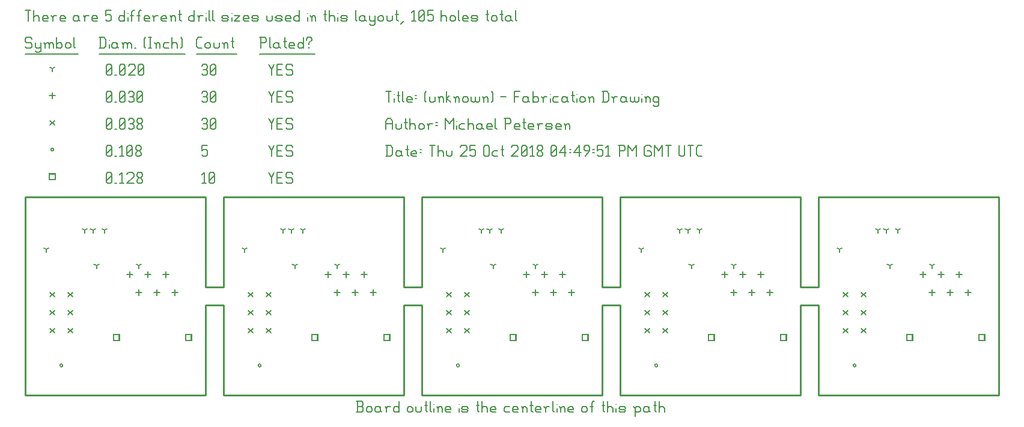
<source format=gbr>
G04 start of page 12 for group -3984 idx -3984 *
G04 Title: (unknown), fab *
G04 Creator: pcb 20140316 *
G04 CreationDate: Thu 25 Oct 2018 04:49:50 PM GMT UTC *
G04 For: railfan *
G04 Format: Gerber/RS-274X *
G04 PCB-Dimensions (mil): 5400.00 1100.00 *
G04 PCB-Coordinate-Origin: lower left *
%MOIN*%
%FSLAX25Y25*%
%LNFAB*%
%ADD72C,0.0100*%
%ADD71C,0.0075*%
%ADD70C,0.0060*%
%ADD69R,0.0080X0.0080*%
G54D69*X48900Y33600D02*X52100D01*
X48900D02*Y30400D01*
X52100D01*
Y33600D02*Y30400D01*
X88900Y33600D02*X92100D01*
X88900D02*Y30400D01*
X92100D01*
Y33600D02*Y30400D01*
X158900Y33600D02*X162100D01*
X158900D02*Y30400D01*
X162100D01*
Y33600D02*Y30400D01*
X198900Y33600D02*X202100D01*
X198900D02*Y30400D01*
X202100D01*
Y33600D02*Y30400D01*
X268900Y33600D02*X272100D01*
X268900D02*Y30400D01*
X272100D01*
Y33600D02*Y30400D01*
X308900Y33600D02*X312100D01*
X308900D02*Y30400D01*
X312100D01*
Y33600D02*Y30400D01*
X378900Y33600D02*X382100D01*
X378900D02*Y30400D01*
X382100D01*
Y33600D02*Y30400D01*
X418900Y33600D02*X422100D01*
X418900D02*Y30400D01*
X422100D01*
Y33600D02*Y30400D01*
X488900Y33600D02*X492100D01*
X488900D02*Y30400D01*
X492100D01*
Y33600D02*Y30400D01*
X528900Y33600D02*X532100D01*
X528900D02*Y30400D01*
X532100D01*
Y33600D02*Y30400D01*
X13400Y122850D02*X16600D01*
X13400D02*Y119650D01*
X16600D01*
Y122850D02*Y119650D01*
G54D70*X135000Y123500D02*X136500Y120500D01*
X138000Y123500D01*
X136500Y120500D02*Y117500D01*
X139800Y120800D02*X142050D01*
X139800Y117500D02*X142800D01*
X139800Y123500D02*Y117500D01*
Y123500D02*X142800D01*
X147600D02*X148350Y122750D01*
X145350Y123500D02*X147600D01*
X144600Y122750D02*X145350Y123500D01*
X144600Y122750D02*Y121250D01*
X145350Y120500D01*
X147600D01*
X148350Y119750D01*
Y118250D01*
X147600Y117500D02*X148350Y118250D01*
X145350Y117500D02*X147600D01*
X144600Y118250D02*X145350Y117500D01*
X98000Y122300D02*X99200Y123500D01*
Y117500D01*
X98000D02*X100250D01*
X102050Y118250D02*X102800Y117500D01*
X102050Y122750D02*Y118250D01*
Y122750D02*X102800Y123500D01*
X104300D01*
X105050Y122750D01*
Y118250D01*
X104300Y117500D02*X105050Y118250D01*
X102800Y117500D02*X104300D01*
X102050Y119000D02*X105050Y122000D01*
X45000Y118250D02*X45750Y117500D01*
X45000Y122750D02*Y118250D01*
Y122750D02*X45750Y123500D01*
X47250D01*
X48000Y122750D01*
Y118250D01*
X47250Y117500D02*X48000Y118250D01*
X45750Y117500D02*X47250D01*
X45000Y119000D02*X48000Y122000D01*
X49800Y117500D02*X50550D01*
X52350Y122300D02*X53550Y123500D01*
Y117500D01*
X52350D02*X54600D01*
X56400Y122750D02*X57150Y123500D01*
X59400D01*
X60150Y122750D01*
Y121250D01*
X56400Y117500D02*X60150Y121250D01*
X56400Y117500D02*X60150D01*
X61950Y118250D02*X62700Y117500D01*
X61950Y119450D02*Y118250D01*
Y119450D02*X63000Y120500D01*
X63900D01*
X64950Y119450D01*
Y118250D01*
X64200Y117500D02*X64950Y118250D01*
X62700Y117500D02*X64200D01*
X61950Y121550D02*X63000Y120500D01*
X61950Y122750D02*Y121550D01*
Y122750D02*X62700Y123500D01*
X64200D01*
X64950Y122750D01*
Y121550D01*
X63900Y120500D02*X64950Y121550D01*
X19200Y16500D02*G75*G03X20800Y16500I800J0D01*G01*
G75*G03X19200Y16500I-800J0D01*G01*
X129200D02*G75*G03X130800Y16500I800J0D01*G01*
G75*G03X129200Y16500I-800J0D01*G01*
X239200D02*G75*G03X240800Y16500I800J0D01*G01*
G75*G03X239200Y16500I-800J0D01*G01*
X349200D02*G75*G03X350800Y16500I800J0D01*G01*
G75*G03X349200Y16500I-800J0D01*G01*
X459200D02*G75*G03X460800Y16500I800J0D01*G01*
G75*G03X459200Y16500I-800J0D01*G01*
X14200Y136250D02*G75*G03X15800Y136250I800J0D01*G01*
G75*G03X14200Y136250I-800J0D01*G01*
X135000Y138500D02*X136500Y135500D01*
X138000Y138500D01*
X136500Y135500D02*Y132500D01*
X139800Y135800D02*X142050D01*
X139800Y132500D02*X142800D01*
X139800Y138500D02*Y132500D01*
Y138500D02*X142800D01*
X147600D02*X148350Y137750D01*
X145350Y138500D02*X147600D01*
X144600Y137750D02*X145350Y138500D01*
X144600Y137750D02*Y136250D01*
X145350Y135500D01*
X147600D01*
X148350Y134750D01*
Y133250D01*
X147600Y132500D02*X148350Y133250D01*
X145350Y132500D02*X147600D01*
X144600Y133250D02*X145350Y132500D01*
X98000Y138500D02*X101000D01*
X98000D02*Y135500D01*
X98750Y136250D01*
X100250D01*
X101000Y135500D01*
Y133250D01*
X100250Y132500D02*X101000Y133250D01*
X98750Y132500D02*X100250D01*
X98000Y133250D02*X98750Y132500D01*
X45000Y133250D02*X45750Y132500D01*
X45000Y137750D02*Y133250D01*
Y137750D02*X45750Y138500D01*
X47250D01*
X48000Y137750D01*
Y133250D01*
X47250Y132500D02*X48000Y133250D01*
X45750Y132500D02*X47250D01*
X45000Y134000D02*X48000Y137000D01*
X49800Y132500D02*X50550D01*
X52350Y137300D02*X53550Y138500D01*
Y132500D01*
X52350D02*X54600D01*
X56400Y133250D02*X57150Y132500D01*
X56400Y137750D02*Y133250D01*
Y137750D02*X57150Y138500D01*
X58650D01*
X59400Y137750D01*
Y133250D01*
X58650Y132500D02*X59400Y133250D01*
X57150Y132500D02*X58650D01*
X56400Y134000D02*X59400Y137000D01*
X61200Y133250D02*X61950Y132500D01*
X61200Y134450D02*Y133250D01*
Y134450D02*X62250Y135500D01*
X63150D01*
X64200Y134450D01*
Y133250D01*
X63450Y132500D02*X64200Y133250D01*
X61950Y132500D02*X63450D01*
X61200Y136550D02*X62250Y135500D01*
X61200Y137750D02*Y136550D01*
Y137750D02*X61950Y138500D01*
X63450D01*
X64200Y137750D01*
Y136550D01*
X63150Y135500D02*X64200Y136550D01*
X23800Y36900D02*X26200Y34500D01*
X23800D02*X26200Y36900D01*
X23800Y46900D02*X26200Y44500D01*
X23800D02*X26200Y46900D01*
X23800Y56900D02*X26200Y54500D01*
X23800D02*X26200Y56900D01*
X13800Y36900D02*X16200Y34500D01*
X13800D02*X16200Y36900D01*
X13800Y46900D02*X16200Y44500D01*
X13800D02*X16200Y46900D01*
X13800Y56900D02*X16200Y54500D01*
X13800D02*X16200Y56900D01*
X133800Y36900D02*X136200Y34500D01*
X133800D02*X136200Y36900D01*
X133800Y46900D02*X136200Y44500D01*
X133800D02*X136200Y46900D01*
X133800Y56900D02*X136200Y54500D01*
X133800D02*X136200Y56900D01*
X123800Y36900D02*X126200Y34500D01*
X123800D02*X126200Y36900D01*
X123800Y46900D02*X126200Y44500D01*
X123800D02*X126200Y46900D01*
X123800Y56900D02*X126200Y54500D01*
X123800D02*X126200Y56900D01*
X243800Y36900D02*X246200Y34500D01*
X243800D02*X246200Y36900D01*
X243800Y46900D02*X246200Y44500D01*
X243800D02*X246200Y46900D01*
X243800Y56900D02*X246200Y54500D01*
X243800D02*X246200Y56900D01*
X233800Y36900D02*X236200Y34500D01*
X233800D02*X236200Y36900D01*
X233800Y46900D02*X236200Y44500D01*
X233800D02*X236200Y46900D01*
X233800Y56900D02*X236200Y54500D01*
X233800D02*X236200Y56900D01*
X353800Y36900D02*X356200Y34500D01*
X353800D02*X356200Y36900D01*
X353800Y46900D02*X356200Y44500D01*
X353800D02*X356200Y46900D01*
X353800Y56900D02*X356200Y54500D01*
X353800D02*X356200Y56900D01*
X343800Y36900D02*X346200Y34500D01*
X343800D02*X346200Y36900D01*
X343800Y46900D02*X346200Y44500D01*
X343800D02*X346200Y46900D01*
X343800Y56900D02*X346200Y54500D01*
X343800D02*X346200Y56900D01*
X463800Y36900D02*X466200Y34500D01*
X463800D02*X466200Y36900D01*
X463800Y46900D02*X466200Y44500D01*
X463800D02*X466200Y46900D01*
X463800Y56900D02*X466200Y54500D01*
X463800D02*X466200Y56900D01*
X453800Y36900D02*X456200Y34500D01*
X453800D02*X456200Y36900D01*
X453800Y46900D02*X456200Y44500D01*
X453800D02*X456200Y46900D01*
X453800Y56900D02*X456200Y54500D01*
X453800D02*X456200Y56900D01*
X13800Y152450D02*X16200Y150050D01*
X13800D02*X16200Y152450D01*
X135000Y153500D02*X136500Y150500D01*
X138000Y153500D01*
X136500Y150500D02*Y147500D01*
X139800Y150800D02*X142050D01*
X139800Y147500D02*X142800D01*
X139800Y153500D02*Y147500D01*
Y153500D02*X142800D01*
X147600D02*X148350Y152750D01*
X145350Y153500D02*X147600D01*
X144600Y152750D02*X145350Y153500D01*
X144600Y152750D02*Y151250D01*
X145350Y150500D01*
X147600D01*
X148350Y149750D01*
Y148250D01*
X147600Y147500D02*X148350Y148250D01*
X145350Y147500D02*X147600D01*
X144600Y148250D02*X145350Y147500D01*
X98000Y152750D02*X98750Y153500D01*
X100250D01*
X101000Y152750D01*
X100250Y147500D02*X101000Y148250D01*
X98750Y147500D02*X100250D01*
X98000Y148250D02*X98750Y147500D01*
Y150800D02*X100250D01*
X101000Y152750D02*Y151550D01*
Y150050D02*Y148250D01*
Y150050D02*X100250Y150800D01*
X101000Y151550D02*X100250Y150800D01*
X102800Y148250D02*X103550Y147500D01*
X102800Y152750D02*Y148250D01*
Y152750D02*X103550Y153500D01*
X105050D01*
X105800Y152750D01*
Y148250D01*
X105050Y147500D02*X105800Y148250D01*
X103550Y147500D02*X105050D01*
X102800Y149000D02*X105800Y152000D01*
X45000Y148250D02*X45750Y147500D01*
X45000Y152750D02*Y148250D01*
Y152750D02*X45750Y153500D01*
X47250D01*
X48000Y152750D01*
Y148250D01*
X47250Y147500D02*X48000Y148250D01*
X45750Y147500D02*X47250D01*
X45000Y149000D02*X48000Y152000D01*
X49800Y147500D02*X50550D01*
X52350Y148250D02*X53100Y147500D01*
X52350Y152750D02*Y148250D01*
Y152750D02*X53100Y153500D01*
X54600D01*
X55350Y152750D01*
Y148250D01*
X54600Y147500D02*X55350Y148250D01*
X53100Y147500D02*X54600D01*
X52350Y149000D02*X55350Y152000D01*
X57150Y152750D02*X57900Y153500D01*
X59400D01*
X60150Y152750D01*
X59400Y147500D02*X60150Y148250D01*
X57900Y147500D02*X59400D01*
X57150Y148250D02*X57900Y147500D01*
Y150800D02*X59400D01*
X60150Y152750D02*Y151550D01*
Y150050D02*Y148250D01*
Y150050D02*X59400Y150800D01*
X60150Y151550D02*X59400Y150800D01*
X61950Y148250D02*X62700Y147500D01*
X61950Y149450D02*Y148250D01*
Y149450D02*X63000Y150500D01*
X63900D01*
X64950Y149450D01*
Y148250D01*
X64200Y147500D02*X64950Y148250D01*
X62700Y147500D02*X64200D01*
X61950Y151550D02*X63000Y150500D01*
X61950Y152750D02*Y151550D01*
Y152750D02*X62700Y153500D01*
X64200D01*
X64950Y152750D01*
Y151550D01*
X63900Y150500D02*X64950Y151550D01*
X58000Y68600D02*Y65400D01*
X56400Y67000D02*X59600D01*
X63000Y58600D02*Y55400D01*
X61400Y57000D02*X64600D01*
X68000Y68600D02*Y65400D01*
X66400Y67000D02*X69600D01*
X73000Y58600D02*Y55400D01*
X71400Y57000D02*X74600D01*
X78000Y68600D02*Y65400D01*
X76400Y67000D02*X79600D01*
X83000Y58600D02*Y55400D01*
X81400Y57000D02*X84600D01*
X168000Y68600D02*Y65400D01*
X166400Y67000D02*X169600D01*
X173000Y58600D02*Y55400D01*
X171400Y57000D02*X174600D01*
X178000Y68600D02*Y65400D01*
X176400Y67000D02*X179600D01*
X183000Y58600D02*Y55400D01*
X181400Y57000D02*X184600D01*
X188000Y68600D02*Y65400D01*
X186400Y67000D02*X189600D01*
X193000Y58600D02*Y55400D01*
X191400Y57000D02*X194600D01*
X278000Y68600D02*Y65400D01*
X276400Y67000D02*X279600D01*
X283000Y58600D02*Y55400D01*
X281400Y57000D02*X284600D01*
X288000Y68600D02*Y65400D01*
X286400Y67000D02*X289600D01*
X293000Y58600D02*Y55400D01*
X291400Y57000D02*X294600D01*
X298000Y68600D02*Y65400D01*
X296400Y67000D02*X299600D01*
X303000Y58600D02*Y55400D01*
X301400Y57000D02*X304600D01*
X388000Y68600D02*Y65400D01*
X386400Y67000D02*X389600D01*
X393000Y58600D02*Y55400D01*
X391400Y57000D02*X394600D01*
X398000Y68600D02*Y65400D01*
X396400Y67000D02*X399600D01*
X403000Y58600D02*Y55400D01*
X401400Y57000D02*X404600D01*
X408000Y68600D02*Y65400D01*
X406400Y67000D02*X409600D01*
X413000Y58600D02*Y55400D01*
X411400Y57000D02*X414600D01*
X498000Y68600D02*Y65400D01*
X496400Y67000D02*X499600D01*
X503000Y58600D02*Y55400D01*
X501400Y57000D02*X504600D01*
X508000Y68600D02*Y65400D01*
X506400Y67000D02*X509600D01*
X513000Y58600D02*Y55400D01*
X511400Y57000D02*X514600D01*
X518000Y68600D02*Y65400D01*
X516400Y67000D02*X519600D01*
X523000Y58600D02*Y55400D01*
X521400Y57000D02*X524600D01*
X15000Y167850D02*Y164650D01*
X13400Y166250D02*X16600D01*
X135000Y168500D02*X136500Y165500D01*
X138000Y168500D01*
X136500Y165500D02*Y162500D01*
X139800Y165800D02*X142050D01*
X139800Y162500D02*X142800D01*
X139800Y168500D02*Y162500D01*
Y168500D02*X142800D01*
X147600D02*X148350Y167750D01*
X145350Y168500D02*X147600D01*
X144600Y167750D02*X145350Y168500D01*
X144600Y167750D02*Y166250D01*
X145350Y165500D01*
X147600D01*
X148350Y164750D01*
Y163250D01*
X147600Y162500D02*X148350Y163250D01*
X145350Y162500D02*X147600D01*
X144600Y163250D02*X145350Y162500D01*
X98000Y167750D02*X98750Y168500D01*
X100250D01*
X101000Y167750D01*
X100250Y162500D02*X101000Y163250D01*
X98750Y162500D02*X100250D01*
X98000Y163250D02*X98750Y162500D01*
Y165800D02*X100250D01*
X101000Y167750D02*Y166550D01*
Y165050D02*Y163250D01*
Y165050D02*X100250Y165800D01*
X101000Y166550D02*X100250Y165800D01*
X102800Y163250D02*X103550Y162500D01*
X102800Y167750D02*Y163250D01*
Y167750D02*X103550Y168500D01*
X105050D01*
X105800Y167750D01*
Y163250D01*
X105050Y162500D02*X105800Y163250D01*
X103550Y162500D02*X105050D01*
X102800Y164000D02*X105800Y167000D01*
X45000Y163250D02*X45750Y162500D01*
X45000Y167750D02*Y163250D01*
Y167750D02*X45750Y168500D01*
X47250D01*
X48000Y167750D01*
Y163250D01*
X47250Y162500D02*X48000Y163250D01*
X45750Y162500D02*X47250D01*
X45000Y164000D02*X48000Y167000D01*
X49800Y162500D02*X50550D01*
X52350Y163250D02*X53100Y162500D01*
X52350Y167750D02*Y163250D01*
Y167750D02*X53100Y168500D01*
X54600D01*
X55350Y167750D01*
Y163250D01*
X54600Y162500D02*X55350Y163250D01*
X53100Y162500D02*X54600D01*
X52350Y164000D02*X55350Y167000D01*
X57150Y167750D02*X57900Y168500D01*
X59400D01*
X60150Y167750D01*
X59400Y162500D02*X60150Y163250D01*
X57900Y162500D02*X59400D01*
X57150Y163250D02*X57900Y162500D01*
Y165800D02*X59400D01*
X60150Y167750D02*Y166550D01*
Y165050D02*Y163250D01*
Y165050D02*X59400Y165800D01*
X60150Y166550D02*X59400Y165800D01*
X61950Y163250D02*X62700Y162500D01*
X61950Y167750D02*Y163250D01*
Y167750D02*X62700Y168500D01*
X64200D01*
X64950Y167750D01*
Y163250D01*
X64200Y162500D02*X64950Y163250D01*
X62700Y162500D02*X64200D01*
X61950Y164000D02*X64950Y167000D01*
X33000Y91500D02*Y89900D01*
Y91500D02*X34387Y92300D01*
X33000Y91500D02*X31613Y92300D01*
X37500Y91500D02*Y89900D01*
Y91500D02*X38887Y92300D01*
X37500Y91500D02*X36113Y92300D01*
X44000Y91500D02*Y89900D01*
Y91500D02*X45387Y92300D01*
X44000Y91500D02*X42613Y92300D01*
X11652Y81000D02*Y79400D01*
Y81000D02*X13039Y81800D01*
X11652Y81000D02*X10265Y81800D01*
X63000Y72000D02*Y70400D01*
Y72000D02*X64387Y72800D01*
X63000Y72000D02*X61613Y72800D01*
X39500Y72000D02*Y70400D01*
Y72000D02*X40887Y72800D01*
X39500Y72000D02*X38113Y72800D01*
X143000Y91500D02*Y89900D01*
Y91500D02*X144387Y92300D01*
X143000Y91500D02*X141613Y92300D01*
X147500Y91500D02*Y89900D01*
Y91500D02*X148887Y92300D01*
X147500Y91500D02*X146113Y92300D01*
X154000Y91500D02*Y89900D01*
Y91500D02*X155387Y92300D01*
X154000Y91500D02*X152613Y92300D01*
X121652Y81000D02*Y79400D01*
Y81000D02*X123039Y81800D01*
X121652Y81000D02*X120265Y81800D01*
X173000Y72000D02*Y70400D01*
Y72000D02*X174387Y72800D01*
X173000Y72000D02*X171613Y72800D01*
X149500Y72000D02*Y70400D01*
Y72000D02*X150887Y72800D01*
X149500Y72000D02*X148113Y72800D01*
X253000Y91500D02*Y89900D01*
Y91500D02*X254387Y92300D01*
X253000Y91500D02*X251613Y92300D01*
X257500Y91500D02*Y89900D01*
Y91500D02*X258887Y92300D01*
X257500Y91500D02*X256113Y92300D01*
X264000Y91500D02*Y89900D01*
Y91500D02*X265387Y92300D01*
X264000Y91500D02*X262613Y92300D01*
X231652Y81000D02*Y79400D01*
Y81000D02*X233039Y81800D01*
X231652Y81000D02*X230265Y81800D01*
X283000Y72000D02*Y70400D01*
Y72000D02*X284387Y72800D01*
X283000Y72000D02*X281613Y72800D01*
X259500Y72000D02*Y70400D01*
Y72000D02*X260887Y72800D01*
X259500Y72000D02*X258113Y72800D01*
X363000Y91500D02*Y89900D01*
Y91500D02*X364387Y92300D01*
X363000Y91500D02*X361613Y92300D01*
X367500Y91500D02*Y89900D01*
Y91500D02*X368887Y92300D01*
X367500Y91500D02*X366113Y92300D01*
X374000Y91500D02*Y89900D01*
Y91500D02*X375387Y92300D01*
X374000Y91500D02*X372613Y92300D01*
X341652Y81000D02*Y79400D01*
Y81000D02*X343039Y81800D01*
X341652Y81000D02*X340265Y81800D01*
X393000Y72000D02*Y70400D01*
Y72000D02*X394387Y72800D01*
X393000Y72000D02*X391613Y72800D01*
X369500Y72000D02*Y70400D01*
Y72000D02*X370887Y72800D01*
X369500Y72000D02*X368113Y72800D01*
X473000Y91500D02*Y89900D01*
Y91500D02*X474387Y92300D01*
X473000Y91500D02*X471613Y92300D01*
X477500Y91500D02*Y89900D01*
Y91500D02*X478887Y92300D01*
X477500Y91500D02*X476113Y92300D01*
X484000Y91500D02*Y89900D01*
Y91500D02*X485387Y92300D01*
X484000Y91500D02*X482613Y92300D01*
X451652Y81000D02*Y79400D01*
Y81000D02*X453039Y81800D01*
X451652Y81000D02*X450265Y81800D01*
X503000Y72000D02*Y70400D01*
Y72000D02*X504387Y72800D01*
X503000Y72000D02*X501613Y72800D01*
X479500Y72000D02*Y70400D01*
Y72000D02*X480887Y72800D01*
X479500Y72000D02*X478113Y72800D01*
X15000Y181250D02*Y179650D01*
Y181250D02*X16387Y182050D01*
X15000Y181250D02*X13613Y182050D01*
X135000Y183500D02*X136500Y180500D01*
X138000Y183500D01*
X136500Y180500D02*Y177500D01*
X139800Y180800D02*X142050D01*
X139800Y177500D02*X142800D01*
X139800Y183500D02*Y177500D01*
Y183500D02*X142800D01*
X147600D02*X148350Y182750D01*
X145350Y183500D02*X147600D01*
X144600Y182750D02*X145350Y183500D01*
X144600Y182750D02*Y181250D01*
X145350Y180500D01*
X147600D01*
X148350Y179750D01*
Y178250D01*
X147600Y177500D02*X148350Y178250D01*
X145350Y177500D02*X147600D01*
X144600Y178250D02*X145350Y177500D01*
X98000Y182750D02*X98750Y183500D01*
X100250D01*
X101000Y182750D01*
X100250Y177500D02*X101000Y178250D01*
X98750Y177500D02*X100250D01*
X98000Y178250D02*X98750Y177500D01*
Y180800D02*X100250D01*
X101000Y182750D02*Y181550D01*
Y180050D02*Y178250D01*
Y180050D02*X100250Y180800D01*
X101000Y181550D02*X100250Y180800D01*
X102800Y178250D02*X103550Y177500D01*
X102800Y182750D02*Y178250D01*
Y182750D02*X103550Y183500D01*
X105050D01*
X105800Y182750D01*
Y178250D01*
X105050Y177500D02*X105800Y178250D01*
X103550Y177500D02*X105050D01*
X102800Y179000D02*X105800Y182000D01*
X45000Y178250D02*X45750Y177500D01*
X45000Y182750D02*Y178250D01*
Y182750D02*X45750Y183500D01*
X47250D01*
X48000Y182750D01*
Y178250D01*
X47250Y177500D02*X48000Y178250D01*
X45750Y177500D02*X47250D01*
X45000Y179000D02*X48000Y182000D01*
X49800Y177500D02*X50550D01*
X52350Y178250D02*X53100Y177500D01*
X52350Y182750D02*Y178250D01*
Y182750D02*X53100Y183500D01*
X54600D01*
X55350Y182750D01*
Y178250D01*
X54600Y177500D02*X55350Y178250D01*
X53100Y177500D02*X54600D01*
X52350Y179000D02*X55350Y182000D01*
X57150Y182750D02*X57900Y183500D01*
X60150D01*
X60900Y182750D01*
Y181250D01*
X57150Y177500D02*X60900Y181250D01*
X57150Y177500D02*X60900D01*
X62700Y178250D02*X63450Y177500D01*
X62700Y182750D02*Y178250D01*
Y182750D02*X63450Y183500D01*
X64950D01*
X65700Y182750D01*
Y178250D01*
X64950Y177500D02*X65700Y178250D01*
X63450Y177500D02*X64950D01*
X62700Y179000D02*X65700Y182000D01*
X3000Y198500D02*X3750Y197750D01*
X750Y198500D02*X3000D01*
X0Y197750D02*X750Y198500D01*
X0Y197750D02*Y196250D01*
X750Y195500D01*
X3000D01*
X3750Y194750D01*
Y193250D01*
X3000Y192500D02*X3750Y193250D01*
X750Y192500D02*X3000D01*
X0Y193250D02*X750Y192500D01*
X5550Y195500D02*Y193250D01*
X6300Y192500D01*
X8550Y195500D02*Y191000D01*
X7800Y190250D02*X8550Y191000D01*
X6300Y190250D02*X7800D01*
X5550Y191000D02*X6300Y190250D01*
Y192500D02*X7800D01*
X8550Y193250D01*
X11100Y194750D02*Y192500D01*
Y194750D02*X11850Y195500D01*
X12600D01*
X13350Y194750D01*
Y192500D01*
Y194750D02*X14100Y195500D01*
X14850D01*
X15600Y194750D01*
Y192500D01*
X10350Y195500D02*X11100Y194750D01*
X17400Y198500D02*Y192500D01*
Y193250D02*X18150Y192500D01*
X19650D01*
X20400Y193250D01*
Y194750D02*Y193250D01*
X19650Y195500D02*X20400Y194750D01*
X18150Y195500D02*X19650D01*
X17400Y194750D02*X18150Y195500D01*
X22200Y194750D02*Y193250D01*
Y194750D02*X22950Y195500D01*
X24450D01*
X25200Y194750D01*
Y193250D01*
X24450Y192500D02*X25200Y193250D01*
X22950Y192500D02*X24450D01*
X22200Y193250D02*X22950Y192500D01*
X27000Y198500D02*Y193250D01*
X27750Y192500D01*
X0Y189250D02*X29250D01*
X41750Y198500D02*Y192500D01*
X43700Y198500D02*X44750Y197450D01*
Y193550D01*
X43700Y192500D02*X44750Y193550D01*
X41000Y192500D02*X43700D01*
X41000Y198500D02*X43700D01*
G54D71*X46550Y197000D02*Y196850D01*
G54D70*Y194750D02*Y192500D01*
X50300Y195500D02*X51050Y194750D01*
X48800Y195500D02*X50300D01*
X48050Y194750D02*X48800Y195500D01*
X48050Y194750D02*Y193250D01*
X48800Y192500D01*
X51050Y195500D02*Y193250D01*
X51800Y192500D01*
X48800D02*X50300D01*
X51050Y193250D01*
X54350Y194750D02*Y192500D01*
Y194750D02*X55100Y195500D01*
X55850D01*
X56600Y194750D01*
Y192500D01*
Y194750D02*X57350Y195500D01*
X58100D01*
X58850Y194750D01*
Y192500D01*
X53600Y195500D02*X54350Y194750D01*
X60650Y192500D02*X61400D01*
X65900Y193250D02*X66650Y192500D01*
X65900Y197750D02*X66650Y198500D01*
X65900Y197750D02*Y193250D01*
X68450Y198500D02*X69950D01*
X69200D02*Y192500D01*
X68450D02*X69950D01*
X72500Y194750D02*Y192500D01*
Y194750D02*X73250Y195500D01*
X74000D01*
X74750Y194750D01*
Y192500D01*
X71750Y195500D02*X72500Y194750D01*
X77300Y195500D02*X79550D01*
X76550Y194750D02*X77300Y195500D01*
X76550Y194750D02*Y193250D01*
X77300Y192500D01*
X79550D01*
X81350Y198500D02*Y192500D01*
Y194750D02*X82100Y195500D01*
X83600D01*
X84350Y194750D01*
Y192500D01*
X86150Y198500D02*X86900Y197750D01*
Y193250D01*
X86150Y192500D02*X86900Y193250D01*
X41000Y189250D02*X88700D01*
X96050Y192500D02*X98000D01*
X95000Y193550D02*X96050Y192500D01*
X95000Y197450D02*Y193550D01*
Y197450D02*X96050Y198500D01*
X98000D01*
X99800Y194750D02*Y193250D01*
Y194750D02*X100550Y195500D01*
X102050D01*
X102800Y194750D01*
Y193250D01*
X102050Y192500D02*X102800Y193250D01*
X100550Y192500D02*X102050D01*
X99800Y193250D02*X100550Y192500D01*
X104600Y195500D02*Y193250D01*
X105350Y192500D01*
X106850D01*
X107600Y193250D01*
Y195500D02*Y193250D01*
X110150Y194750D02*Y192500D01*
Y194750D02*X110900Y195500D01*
X111650D01*
X112400Y194750D01*
Y192500D01*
X109400Y195500D02*X110150Y194750D01*
X114950Y198500D02*Y193250D01*
X115700Y192500D01*
X114200Y196250D02*X115700D01*
X95000Y189250D02*X117200D01*
X130750Y198500D02*Y192500D01*
X130000Y198500D02*X133000D01*
X133750Y197750D01*
Y196250D01*
X133000Y195500D02*X133750Y196250D01*
X130750Y195500D02*X133000D01*
X135550Y198500D02*Y193250D01*
X136300Y192500D01*
X140050Y195500D02*X140800Y194750D01*
X138550Y195500D02*X140050D01*
X137800Y194750D02*X138550Y195500D01*
X137800Y194750D02*Y193250D01*
X138550Y192500D01*
X140800Y195500D02*Y193250D01*
X141550Y192500D01*
X138550D02*X140050D01*
X140800Y193250D01*
X144100Y198500D02*Y193250D01*
X144850Y192500D01*
X143350Y196250D02*X144850D01*
X147100Y192500D02*X149350D01*
X146350Y193250D02*X147100Y192500D01*
X146350Y194750D02*Y193250D01*
Y194750D02*X147100Y195500D01*
X148600D01*
X149350Y194750D01*
X146350Y194000D02*X149350D01*
Y194750D02*Y194000D01*
X154150Y198500D02*Y192500D01*
X153400D02*X154150Y193250D01*
X151900Y192500D02*X153400D01*
X151150Y193250D02*X151900Y192500D01*
X151150Y194750D02*Y193250D01*
Y194750D02*X151900Y195500D01*
X153400D01*
X154150Y194750D01*
X157450Y195500D02*Y194750D01*
Y193250D02*Y192500D01*
X155950Y197750D02*Y197000D01*
Y197750D02*X156700Y198500D01*
X158200D01*
X158950Y197750D01*
Y197000D01*
X157450Y195500D02*X158950Y197000D01*
X130000Y189250D02*X160750D01*
X0Y213500D02*X3000D01*
X1500D02*Y207500D01*
X4800Y213500D02*Y207500D01*
Y209750D02*X5550Y210500D01*
X7050D01*
X7800Y209750D01*
Y207500D01*
X10350D02*X12600D01*
X9600Y208250D02*X10350Y207500D01*
X9600Y209750D02*Y208250D01*
Y209750D02*X10350Y210500D01*
X11850D01*
X12600Y209750D01*
X9600Y209000D02*X12600D01*
Y209750D02*Y209000D01*
X15150Y209750D02*Y207500D01*
Y209750D02*X15900Y210500D01*
X17400D01*
X14400D02*X15150Y209750D01*
X19950Y207500D02*X22200D01*
X19200Y208250D02*X19950Y207500D01*
X19200Y209750D02*Y208250D01*
Y209750D02*X19950Y210500D01*
X21450D01*
X22200Y209750D01*
X19200Y209000D02*X22200D01*
Y209750D02*Y209000D01*
X28950Y210500D02*X29700Y209750D01*
X27450Y210500D02*X28950D01*
X26700Y209750D02*X27450Y210500D01*
X26700Y209750D02*Y208250D01*
X27450Y207500D01*
X29700Y210500D02*Y208250D01*
X30450Y207500D01*
X27450D02*X28950D01*
X29700Y208250D01*
X33000Y209750D02*Y207500D01*
Y209750D02*X33750Y210500D01*
X35250D01*
X32250D02*X33000Y209750D01*
X37800Y207500D02*X40050D01*
X37050Y208250D02*X37800Y207500D01*
X37050Y209750D02*Y208250D01*
Y209750D02*X37800Y210500D01*
X39300D01*
X40050Y209750D01*
X37050Y209000D02*X40050D01*
Y209750D02*Y209000D01*
X44550Y213500D02*X47550D01*
X44550D02*Y210500D01*
X45300Y211250D01*
X46800D01*
X47550Y210500D01*
Y208250D01*
X46800Y207500D02*X47550Y208250D01*
X45300Y207500D02*X46800D01*
X44550Y208250D02*X45300Y207500D01*
X55050Y213500D02*Y207500D01*
X54300D02*X55050Y208250D01*
X52800Y207500D02*X54300D01*
X52050Y208250D02*X52800Y207500D01*
X52050Y209750D02*Y208250D01*
Y209750D02*X52800Y210500D01*
X54300D01*
X55050Y209750D01*
G54D71*X56850Y212000D02*Y211850D01*
G54D70*Y209750D02*Y207500D01*
X59100Y212750D02*Y207500D01*
Y212750D02*X59850Y213500D01*
X60600D01*
X58350Y210500D02*X59850D01*
X62850Y212750D02*Y207500D01*
Y212750D02*X63600Y213500D01*
X64350D01*
X62100Y210500D02*X63600D01*
X66600Y207500D02*X68850D01*
X65850Y208250D02*X66600Y207500D01*
X65850Y209750D02*Y208250D01*
Y209750D02*X66600Y210500D01*
X68100D01*
X68850Y209750D01*
X65850Y209000D02*X68850D01*
Y209750D02*Y209000D01*
X71400Y209750D02*Y207500D01*
Y209750D02*X72150Y210500D01*
X73650D01*
X70650D02*X71400Y209750D01*
X76200Y207500D02*X78450D01*
X75450Y208250D02*X76200Y207500D01*
X75450Y209750D02*Y208250D01*
Y209750D02*X76200Y210500D01*
X77700D01*
X78450Y209750D01*
X75450Y209000D02*X78450D01*
Y209750D02*Y209000D01*
X81000Y209750D02*Y207500D01*
Y209750D02*X81750Y210500D01*
X82500D01*
X83250Y209750D01*
Y207500D01*
X80250Y210500D02*X81000Y209750D01*
X85800Y213500D02*Y208250D01*
X86550Y207500D01*
X85050Y211250D02*X86550D01*
X93750Y213500D02*Y207500D01*
X93000D02*X93750Y208250D01*
X91500Y207500D02*X93000D01*
X90750Y208250D02*X91500Y207500D01*
X90750Y209750D02*Y208250D01*
Y209750D02*X91500Y210500D01*
X93000D01*
X93750Y209750D01*
X96300D02*Y207500D01*
Y209750D02*X97050Y210500D01*
X98550D01*
X95550D02*X96300Y209750D01*
G54D71*X100350Y212000D02*Y211850D01*
G54D70*Y209750D02*Y207500D01*
X101850Y213500D02*Y208250D01*
X102600Y207500D01*
X104100Y213500D02*Y208250D01*
X104850Y207500D01*
X109800D02*X112050D01*
X112800Y208250D01*
X112050Y209000D02*X112800Y208250D01*
X109800Y209000D02*X112050D01*
X109050Y209750D02*X109800Y209000D01*
X109050Y209750D02*X109800Y210500D01*
X112050D01*
X112800Y209750D01*
X109050Y208250D02*X109800Y207500D01*
G54D71*X114600Y212000D02*Y211850D01*
G54D70*Y209750D02*Y207500D01*
X116100Y210500D02*X119100D01*
X116100Y207500D02*X119100Y210500D01*
X116100Y207500D02*X119100D01*
X121650D02*X123900D01*
X120900Y208250D02*X121650Y207500D01*
X120900Y209750D02*Y208250D01*
Y209750D02*X121650Y210500D01*
X123150D01*
X123900Y209750D01*
X120900Y209000D02*X123900D01*
Y209750D02*Y209000D01*
X126450Y207500D02*X128700D01*
X129450Y208250D01*
X128700Y209000D02*X129450Y208250D01*
X126450Y209000D02*X128700D01*
X125700Y209750D02*X126450Y209000D01*
X125700Y209750D02*X126450Y210500D01*
X128700D01*
X129450Y209750D01*
X125700Y208250D02*X126450Y207500D01*
X133950Y210500D02*Y208250D01*
X134700Y207500D01*
X136200D01*
X136950Y208250D01*
Y210500D02*Y208250D01*
X139500Y207500D02*X141750D01*
X142500Y208250D01*
X141750Y209000D02*X142500Y208250D01*
X139500Y209000D02*X141750D01*
X138750Y209750D02*X139500Y209000D01*
X138750Y209750D02*X139500Y210500D01*
X141750D01*
X142500Y209750D01*
X138750Y208250D02*X139500Y207500D01*
X145050D02*X147300D01*
X144300Y208250D02*X145050Y207500D01*
X144300Y209750D02*Y208250D01*
Y209750D02*X145050Y210500D01*
X146550D01*
X147300Y209750D01*
X144300Y209000D02*X147300D01*
Y209750D02*Y209000D01*
X152100Y213500D02*Y207500D01*
X151350D02*X152100Y208250D01*
X149850Y207500D02*X151350D01*
X149100Y208250D02*X149850Y207500D01*
X149100Y209750D02*Y208250D01*
Y209750D02*X149850Y210500D01*
X151350D01*
X152100Y209750D01*
G54D71*X156600Y212000D02*Y211850D01*
G54D70*Y209750D02*Y207500D01*
X158850Y209750D02*Y207500D01*
Y209750D02*X159600Y210500D01*
X160350D01*
X161100Y209750D01*
Y207500D01*
X158100Y210500D02*X158850Y209750D01*
X166350Y213500D02*Y208250D01*
X167100Y207500D01*
X165600Y211250D02*X167100D01*
X168600Y213500D02*Y207500D01*
Y209750D02*X169350Y210500D01*
X170850D01*
X171600Y209750D01*
Y207500D01*
G54D71*X173400Y212000D02*Y211850D01*
G54D70*Y209750D02*Y207500D01*
X175650D02*X177900D01*
X178650Y208250D01*
X177900Y209000D02*X178650Y208250D01*
X175650Y209000D02*X177900D01*
X174900Y209750D02*X175650Y209000D01*
X174900Y209750D02*X175650Y210500D01*
X177900D01*
X178650Y209750D01*
X174900Y208250D02*X175650Y207500D01*
X183150Y213500D02*Y208250D01*
X183900Y207500D01*
X187650Y210500D02*X188400Y209750D01*
X186150Y210500D02*X187650D01*
X185400Y209750D02*X186150Y210500D01*
X185400Y209750D02*Y208250D01*
X186150Y207500D01*
X188400Y210500D02*Y208250D01*
X189150Y207500D01*
X186150D02*X187650D01*
X188400Y208250D01*
X190950Y210500D02*Y208250D01*
X191700Y207500D01*
X193950Y210500D02*Y206000D01*
X193200Y205250D02*X193950Y206000D01*
X191700Y205250D02*X193200D01*
X190950Y206000D02*X191700Y205250D01*
Y207500D02*X193200D01*
X193950Y208250D01*
X195750Y209750D02*Y208250D01*
Y209750D02*X196500Y210500D01*
X198000D01*
X198750Y209750D01*
Y208250D01*
X198000Y207500D02*X198750Y208250D01*
X196500Y207500D02*X198000D01*
X195750Y208250D02*X196500Y207500D01*
X200550Y210500D02*Y208250D01*
X201300Y207500D01*
X202800D01*
X203550Y208250D01*
Y210500D02*Y208250D01*
X206100Y213500D02*Y208250D01*
X206850Y207500D01*
X205350Y211250D02*X206850D01*
X208350Y206000D02*X209850Y207500D01*
X214350Y212300D02*X215550Y213500D01*
Y207500D01*
X214350D02*X216600D01*
X218400Y208250D02*X219150Y207500D01*
X218400Y212750D02*Y208250D01*
Y212750D02*X219150Y213500D01*
X220650D01*
X221400Y212750D01*
Y208250D01*
X220650Y207500D02*X221400Y208250D01*
X219150Y207500D02*X220650D01*
X218400Y209000D02*X221400Y212000D01*
X223200Y213500D02*X226200D01*
X223200D02*Y210500D01*
X223950Y211250D01*
X225450D01*
X226200Y210500D01*
Y208250D01*
X225450Y207500D02*X226200Y208250D01*
X223950Y207500D02*X225450D01*
X223200Y208250D02*X223950Y207500D01*
X230700Y213500D02*Y207500D01*
Y209750D02*X231450Y210500D01*
X232950D01*
X233700Y209750D01*
Y207500D01*
X235500Y209750D02*Y208250D01*
Y209750D02*X236250Y210500D01*
X237750D01*
X238500Y209750D01*
Y208250D01*
X237750Y207500D02*X238500Y208250D01*
X236250Y207500D02*X237750D01*
X235500Y208250D02*X236250Y207500D01*
X240300Y213500D02*Y208250D01*
X241050Y207500D01*
X243300D02*X245550D01*
X242550Y208250D02*X243300Y207500D01*
X242550Y209750D02*Y208250D01*
Y209750D02*X243300Y210500D01*
X244800D01*
X245550Y209750D01*
X242550Y209000D02*X245550D01*
Y209750D02*Y209000D01*
X248100Y207500D02*X250350D01*
X251100Y208250D01*
X250350Y209000D02*X251100Y208250D01*
X248100Y209000D02*X250350D01*
X247350Y209750D02*X248100Y209000D01*
X247350Y209750D02*X248100Y210500D01*
X250350D01*
X251100Y209750D01*
X247350Y208250D02*X248100Y207500D01*
X256350Y213500D02*Y208250D01*
X257100Y207500D01*
X255600Y211250D02*X257100D01*
X258600Y209750D02*Y208250D01*
Y209750D02*X259350Y210500D01*
X260850D01*
X261600Y209750D01*
Y208250D01*
X260850Y207500D02*X261600Y208250D01*
X259350Y207500D02*X260850D01*
X258600Y208250D02*X259350Y207500D01*
X264150Y213500D02*Y208250D01*
X264900Y207500D01*
X263400Y211250D02*X264900D01*
X268650Y210500D02*X269400Y209750D01*
X267150Y210500D02*X268650D01*
X266400Y209750D02*X267150Y210500D01*
X266400Y209750D02*Y208250D01*
X267150Y207500D01*
X269400Y210500D02*Y208250D01*
X270150Y207500D01*
X267150D02*X268650D01*
X269400Y208250D01*
X271950Y213500D02*Y208250D01*
X272700Y207500D01*
G54D72*X100000Y0D02*X0D01*
X100000Y110000D02*X0D01*
Y0D01*
X210000D02*X110000D01*
X210000Y110000D02*X110000D01*
X320000Y0D02*X220000D01*
X320000Y110000D02*X220000D01*
X430000Y0D02*X330000D01*
X430000Y110000D02*X330000D01*
X540000Y0D02*X440000D01*
X540000Y110000D02*X440000D01*
X540000Y0D02*Y110000D01*
X100000D02*Y60000D01*
X110000D01*
Y110000D01*
X100000Y0D02*Y50000D01*
X110000D01*
Y0D01*
X210000Y110000D02*Y60000D01*
X220000D01*
Y110000D01*
X210000Y0D02*Y50000D01*
X220000D01*
Y0D01*
X320000Y110000D02*Y60000D01*
X330000D01*
Y110000D01*
X320000Y0D02*Y50000D01*
X330000D01*
Y0D01*
X430000Y110000D02*Y60000D01*
X440000D01*
Y110000D01*
X430000Y0D02*Y50000D01*
X440000D01*
Y0D01*
G54D70*X183675Y-9500D02*X186675D01*
X187425Y-8750D01*
Y-6950D02*Y-8750D01*
X186675Y-6200D02*X187425Y-6950D01*
X184425Y-6200D02*X186675D01*
X184425Y-3500D02*Y-9500D01*
X183675Y-3500D02*X186675D01*
X187425Y-4250D01*
Y-5450D01*
X186675Y-6200D02*X187425Y-5450D01*
X189225Y-7250D02*Y-8750D01*
Y-7250D02*X189975Y-6500D01*
X191475D01*
X192225Y-7250D01*
Y-8750D01*
X191475Y-9500D02*X192225Y-8750D01*
X189975Y-9500D02*X191475D01*
X189225Y-8750D02*X189975Y-9500D01*
X196275Y-6500D02*X197025Y-7250D01*
X194775Y-6500D02*X196275D01*
X194025Y-7250D02*X194775Y-6500D01*
X194025Y-7250D02*Y-8750D01*
X194775Y-9500D01*
X197025Y-6500D02*Y-8750D01*
X197775Y-9500D01*
X194775D02*X196275D01*
X197025Y-8750D01*
X200325Y-7250D02*Y-9500D01*
Y-7250D02*X201075Y-6500D01*
X202575D01*
X199575D02*X200325Y-7250D01*
X207375Y-3500D02*Y-9500D01*
X206625D02*X207375Y-8750D01*
X205125Y-9500D02*X206625D01*
X204375Y-8750D02*X205125Y-9500D01*
X204375Y-7250D02*Y-8750D01*
Y-7250D02*X205125Y-6500D01*
X206625D01*
X207375Y-7250D01*
X211875D02*Y-8750D01*
Y-7250D02*X212625Y-6500D01*
X214125D01*
X214875Y-7250D01*
Y-8750D01*
X214125Y-9500D02*X214875Y-8750D01*
X212625Y-9500D02*X214125D01*
X211875Y-8750D02*X212625Y-9500D01*
X216675Y-6500D02*Y-8750D01*
X217425Y-9500D01*
X218925D01*
X219675Y-8750D01*
Y-6500D02*Y-8750D01*
X222225Y-3500D02*Y-8750D01*
X222975Y-9500D01*
X221475Y-5750D02*X222975D01*
X224475Y-3500D02*Y-8750D01*
X225225Y-9500D01*
G54D71*X226725Y-5000D02*Y-5150D01*
G54D70*Y-7250D02*Y-9500D01*
X228975Y-7250D02*Y-9500D01*
Y-7250D02*X229725Y-6500D01*
X230475D01*
X231225Y-7250D01*
Y-9500D01*
X228225Y-6500D02*X228975Y-7250D01*
X233775Y-9500D02*X236025D01*
X233025Y-8750D02*X233775Y-9500D01*
X233025Y-7250D02*Y-8750D01*
Y-7250D02*X233775Y-6500D01*
X235275D01*
X236025Y-7250D01*
X233025Y-8000D02*X236025D01*
Y-7250D02*Y-8000D01*
G54D71*X240525Y-5000D02*Y-5150D01*
G54D70*Y-7250D02*Y-9500D01*
X242775D02*X245025D01*
X245775Y-8750D01*
X245025Y-8000D02*X245775Y-8750D01*
X242775Y-8000D02*X245025D01*
X242025Y-7250D02*X242775Y-8000D01*
X242025Y-7250D02*X242775Y-6500D01*
X245025D01*
X245775Y-7250D01*
X242025Y-8750D02*X242775Y-9500D01*
X251025Y-3500D02*Y-8750D01*
X251775Y-9500D01*
X250275Y-5750D02*X251775D01*
X253275Y-3500D02*Y-9500D01*
Y-7250D02*X254025Y-6500D01*
X255525D01*
X256275Y-7250D01*
Y-9500D01*
X258825D02*X261075D01*
X258075Y-8750D02*X258825Y-9500D01*
X258075Y-7250D02*Y-8750D01*
Y-7250D02*X258825Y-6500D01*
X260325D01*
X261075Y-7250D01*
X258075Y-8000D02*X261075D01*
Y-7250D02*Y-8000D01*
X266325Y-6500D02*X268575D01*
X265575Y-7250D02*X266325Y-6500D01*
X265575Y-7250D02*Y-8750D01*
X266325Y-9500D01*
X268575D01*
X271125D02*X273375D01*
X270375Y-8750D02*X271125Y-9500D01*
X270375Y-7250D02*Y-8750D01*
Y-7250D02*X271125Y-6500D01*
X272625D01*
X273375Y-7250D01*
X270375Y-8000D02*X273375D01*
Y-7250D02*Y-8000D01*
X275925Y-7250D02*Y-9500D01*
Y-7250D02*X276675Y-6500D01*
X277425D01*
X278175Y-7250D01*
Y-9500D01*
X275175Y-6500D02*X275925Y-7250D01*
X280725Y-3500D02*Y-8750D01*
X281475Y-9500D01*
X279975Y-5750D02*X281475D01*
X283725Y-9500D02*X285975D01*
X282975Y-8750D02*X283725Y-9500D01*
X282975Y-7250D02*Y-8750D01*
Y-7250D02*X283725Y-6500D01*
X285225D01*
X285975Y-7250D01*
X282975Y-8000D02*X285975D01*
Y-7250D02*Y-8000D01*
X288525Y-7250D02*Y-9500D01*
Y-7250D02*X289275Y-6500D01*
X290775D01*
X287775D02*X288525Y-7250D01*
X292575Y-3500D02*Y-8750D01*
X293325Y-9500D01*
G54D71*X294825Y-5000D02*Y-5150D01*
G54D70*Y-7250D02*Y-9500D01*
X297075Y-7250D02*Y-9500D01*
Y-7250D02*X297825Y-6500D01*
X298575D01*
X299325Y-7250D01*
Y-9500D01*
X296325Y-6500D02*X297075Y-7250D01*
X301875Y-9500D02*X304125D01*
X301125Y-8750D02*X301875Y-9500D01*
X301125Y-7250D02*Y-8750D01*
Y-7250D02*X301875Y-6500D01*
X303375D01*
X304125Y-7250D01*
X301125Y-8000D02*X304125D01*
Y-7250D02*Y-8000D01*
X308625Y-7250D02*Y-8750D01*
Y-7250D02*X309375Y-6500D01*
X310875D01*
X311625Y-7250D01*
Y-8750D01*
X310875Y-9500D02*X311625Y-8750D01*
X309375Y-9500D02*X310875D01*
X308625Y-8750D02*X309375Y-9500D01*
X314175Y-4250D02*Y-9500D01*
Y-4250D02*X314925Y-3500D01*
X315675D01*
X313425Y-6500D02*X314925D01*
X320625Y-3500D02*Y-8750D01*
X321375Y-9500D01*
X319875Y-5750D02*X321375D01*
X322875Y-3500D02*Y-9500D01*
Y-7250D02*X323625Y-6500D01*
X325125D01*
X325875Y-7250D01*
Y-9500D01*
G54D71*X327675Y-5000D02*Y-5150D01*
G54D70*Y-7250D02*Y-9500D01*
X329925D02*X332175D01*
X332925Y-8750D01*
X332175Y-8000D02*X332925Y-8750D01*
X329925Y-8000D02*X332175D01*
X329175Y-7250D02*X329925Y-8000D01*
X329175Y-7250D02*X329925Y-6500D01*
X332175D01*
X332925Y-7250D01*
X329175Y-8750D02*X329925Y-9500D01*
X338175Y-7250D02*Y-11750D01*
X337425Y-6500D02*X338175Y-7250D01*
X338925Y-6500D01*
X340425D01*
X341175Y-7250D01*
Y-8750D01*
X340425Y-9500D02*X341175Y-8750D01*
X338925Y-9500D02*X340425D01*
X338175Y-8750D02*X338925Y-9500D01*
X345225Y-6500D02*X345975Y-7250D01*
X343725Y-6500D02*X345225D01*
X342975Y-7250D02*X343725Y-6500D01*
X342975Y-7250D02*Y-8750D01*
X343725Y-9500D01*
X345975Y-6500D02*Y-8750D01*
X346725Y-9500D01*
X343725D02*X345225D01*
X345975Y-8750D01*
X349275Y-3500D02*Y-8750D01*
X350025Y-9500D01*
X348525Y-5750D02*X350025D01*
X351525Y-3500D02*Y-9500D01*
Y-7250D02*X352275Y-6500D01*
X353775D01*
X354525Y-7250D01*
Y-9500D01*
X200750Y138500D02*Y132500D01*
X202700Y138500D02*X203750Y137450D01*
Y133550D01*
X202700Y132500D02*X203750Y133550D01*
X200000Y132500D02*X202700D01*
X200000Y138500D02*X202700D01*
X207800Y135500D02*X208550Y134750D01*
X206300Y135500D02*X207800D01*
X205550Y134750D02*X206300Y135500D01*
X205550Y134750D02*Y133250D01*
X206300Y132500D01*
X208550Y135500D02*Y133250D01*
X209300Y132500D01*
X206300D02*X207800D01*
X208550Y133250D01*
X211850Y138500D02*Y133250D01*
X212600Y132500D01*
X211100Y136250D02*X212600D01*
X214850Y132500D02*X217100D01*
X214100Y133250D02*X214850Y132500D01*
X214100Y134750D02*Y133250D01*
Y134750D02*X214850Y135500D01*
X216350D01*
X217100Y134750D01*
X214100Y134000D02*X217100D01*
Y134750D02*Y134000D01*
X218900Y136250D02*X219650D01*
X218900Y134750D02*X219650D01*
X224150Y138500D02*X227150D01*
X225650D02*Y132500D01*
X228950Y138500D02*Y132500D01*
Y134750D02*X229700Y135500D01*
X231200D01*
X231950Y134750D01*
Y132500D01*
X233750Y135500D02*Y133250D01*
X234500Y132500D01*
X236000D01*
X236750Y133250D01*
Y135500D02*Y133250D01*
X241250Y137750D02*X242000Y138500D01*
X244250D01*
X245000Y137750D01*
Y136250D01*
X241250Y132500D02*X245000Y136250D01*
X241250Y132500D02*X245000D01*
X246800Y138500D02*X249800D01*
X246800D02*Y135500D01*
X247550Y136250D01*
X249050D01*
X249800Y135500D01*
Y133250D01*
X249050Y132500D02*X249800Y133250D01*
X247550Y132500D02*X249050D01*
X246800Y133250D02*X247550Y132500D01*
X254300Y137750D02*Y133250D01*
Y137750D02*X255050Y138500D01*
X256550D01*
X257300Y137750D01*
Y133250D01*
X256550Y132500D02*X257300Y133250D01*
X255050Y132500D02*X256550D01*
X254300Y133250D02*X255050Y132500D01*
X259850Y135500D02*X262100D01*
X259100Y134750D02*X259850Y135500D01*
X259100Y134750D02*Y133250D01*
X259850Y132500D01*
X262100D01*
X264650Y138500D02*Y133250D01*
X265400Y132500D01*
X263900Y136250D02*X265400D01*
X269600Y137750D02*X270350Y138500D01*
X272600D01*
X273350Y137750D01*
Y136250D01*
X269600Y132500D02*X273350Y136250D01*
X269600Y132500D02*X273350D01*
X275150Y133250D02*X275900Y132500D01*
X275150Y137750D02*Y133250D01*
Y137750D02*X275900Y138500D01*
X277400D01*
X278150Y137750D01*
Y133250D01*
X277400Y132500D02*X278150Y133250D01*
X275900Y132500D02*X277400D01*
X275150Y134000D02*X278150Y137000D01*
X279950Y137300D02*X281150Y138500D01*
Y132500D01*
X279950D02*X282200D01*
X284000Y133250D02*X284750Y132500D01*
X284000Y134450D02*Y133250D01*
Y134450D02*X285050Y135500D01*
X285950D01*
X287000Y134450D01*
Y133250D01*
X286250Y132500D02*X287000Y133250D01*
X284750Y132500D02*X286250D01*
X284000Y136550D02*X285050Y135500D01*
X284000Y137750D02*Y136550D01*
Y137750D02*X284750Y138500D01*
X286250D01*
X287000Y137750D01*
Y136550D01*
X285950Y135500D02*X287000Y136550D01*
X291500Y133250D02*X292250Y132500D01*
X291500Y137750D02*Y133250D01*
Y137750D02*X292250Y138500D01*
X293750D01*
X294500Y137750D01*
Y133250D01*
X293750Y132500D02*X294500Y133250D01*
X292250Y132500D02*X293750D01*
X291500Y134000D02*X294500Y137000D01*
X296300Y134750D02*X299300Y138500D01*
X296300Y134750D02*X300050D01*
X299300Y138500D02*Y132500D01*
X301850Y136250D02*X302600D01*
X301850Y134750D02*X302600D01*
X304400D02*X307400Y138500D01*
X304400Y134750D02*X308150D01*
X307400Y138500D02*Y132500D01*
X310700D02*X312950Y135500D01*
Y137750D02*Y135500D01*
X312200Y138500D02*X312950Y137750D01*
X310700Y138500D02*X312200D01*
X309950Y137750D02*X310700Y138500D01*
X309950Y137750D02*Y136250D01*
X310700Y135500D01*
X312950D01*
X314750Y136250D02*X315500D01*
X314750Y134750D02*X315500D01*
X317300Y138500D02*X320300D01*
X317300D02*Y135500D01*
X318050Y136250D01*
X319550D01*
X320300Y135500D01*
Y133250D01*
X319550Y132500D02*X320300Y133250D01*
X318050Y132500D02*X319550D01*
X317300Y133250D02*X318050Y132500D01*
X322100Y137300D02*X323300Y138500D01*
Y132500D01*
X322100D02*X324350D01*
X329600Y138500D02*Y132500D01*
X328850Y138500D02*X331850D01*
X332600Y137750D01*
Y136250D01*
X331850Y135500D02*X332600Y136250D01*
X329600Y135500D02*X331850D01*
X334400Y138500D02*Y132500D01*
Y138500D02*X336650Y135500D01*
X338900Y138500D01*
Y132500D01*
X346400Y138500D02*X347150Y137750D01*
X344150Y138500D02*X346400D01*
X343400Y137750D02*X344150Y138500D01*
X343400Y137750D02*Y133250D01*
X344150Y132500D01*
X346400D01*
X347150Y133250D01*
Y134750D02*Y133250D01*
X346400Y135500D02*X347150Y134750D01*
X344900Y135500D02*X346400D01*
X348950Y138500D02*Y132500D01*
Y138500D02*X351200Y135500D01*
X353450Y138500D01*
Y132500D01*
X355250Y138500D02*X358250D01*
X356750D02*Y132500D01*
X362750Y138500D02*Y133250D01*
X363500Y132500D01*
X365000D01*
X365750Y133250D01*
Y138500D02*Y133250D01*
X367550Y138500D02*X370550D01*
X369050D02*Y132500D01*
X373400D02*X375350D01*
X372350Y133550D02*X373400Y132500D01*
X372350Y137450D02*Y133550D01*
Y137450D02*X373400Y138500D01*
X375350D01*
X200000Y152000D02*Y147500D01*
Y152000D02*X201050Y153500D01*
X202700D01*
X203750Y152000D01*
Y147500D01*
X200000Y150500D02*X203750D01*
X205550D02*Y148250D01*
X206300Y147500D01*
X207800D01*
X208550Y148250D01*
Y150500D02*Y148250D01*
X211100Y153500D02*Y148250D01*
X211850Y147500D01*
X210350Y151250D02*X211850D01*
X213350Y153500D02*Y147500D01*
Y149750D02*X214100Y150500D01*
X215600D01*
X216350Y149750D01*
Y147500D01*
X218150Y149750D02*Y148250D01*
Y149750D02*X218900Y150500D01*
X220400D01*
X221150Y149750D01*
Y148250D01*
X220400Y147500D02*X221150Y148250D01*
X218900Y147500D02*X220400D01*
X218150Y148250D02*X218900Y147500D01*
X223700Y149750D02*Y147500D01*
Y149750D02*X224450Y150500D01*
X225950D01*
X222950D02*X223700Y149750D01*
X227750Y151250D02*X228500D01*
X227750Y149750D02*X228500D01*
X233000Y153500D02*Y147500D01*
Y153500D02*X235250Y150500D01*
X237500Y153500D01*
Y147500D01*
G54D71*X239300Y152000D02*Y151850D01*
G54D70*Y149750D02*Y147500D01*
X241550Y150500D02*X243800D01*
X240800Y149750D02*X241550Y150500D01*
X240800Y149750D02*Y148250D01*
X241550Y147500D01*
X243800D01*
X245600Y153500D02*Y147500D01*
Y149750D02*X246350Y150500D01*
X247850D01*
X248600Y149750D01*
Y147500D01*
X252650Y150500D02*X253400Y149750D01*
X251150Y150500D02*X252650D01*
X250400Y149750D02*X251150Y150500D01*
X250400Y149750D02*Y148250D01*
X251150Y147500D01*
X253400Y150500D02*Y148250D01*
X254150Y147500D01*
X251150D02*X252650D01*
X253400Y148250D01*
X256700Y147500D02*X258950D01*
X255950Y148250D02*X256700Y147500D01*
X255950Y149750D02*Y148250D01*
Y149750D02*X256700Y150500D01*
X258200D01*
X258950Y149750D01*
X255950Y149000D02*X258950D01*
Y149750D02*Y149000D01*
X260750Y153500D02*Y148250D01*
X261500Y147500D01*
X266450Y153500D02*Y147500D01*
X265700Y153500D02*X268700D01*
X269450Y152750D01*
Y151250D01*
X268700Y150500D02*X269450Y151250D01*
X266450Y150500D02*X268700D01*
X272000Y147500D02*X274250D01*
X271250Y148250D02*X272000Y147500D01*
X271250Y149750D02*Y148250D01*
Y149750D02*X272000Y150500D01*
X273500D01*
X274250Y149750D01*
X271250Y149000D02*X274250D01*
Y149750D02*Y149000D01*
X276800Y153500D02*Y148250D01*
X277550Y147500D01*
X276050Y151250D02*X277550D01*
X279800Y147500D02*X282050D01*
X279050Y148250D02*X279800Y147500D01*
X279050Y149750D02*Y148250D01*
Y149750D02*X279800Y150500D01*
X281300D01*
X282050Y149750D01*
X279050Y149000D02*X282050D01*
Y149750D02*Y149000D01*
X284600Y149750D02*Y147500D01*
Y149750D02*X285350Y150500D01*
X286850D01*
X283850D02*X284600Y149750D01*
X289400Y147500D02*X291650D01*
X292400Y148250D01*
X291650Y149000D02*X292400Y148250D01*
X289400Y149000D02*X291650D01*
X288650Y149750D02*X289400Y149000D01*
X288650Y149750D02*X289400Y150500D01*
X291650D01*
X292400Y149750D01*
X288650Y148250D02*X289400Y147500D01*
X294950D02*X297200D01*
X294200Y148250D02*X294950Y147500D01*
X294200Y149750D02*Y148250D01*
Y149750D02*X294950Y150500D01*
X296450D01*
X297200Y149750D01*
X294200Y149000D02*X297200D01*
Y149750D02*Y149000D01*
X299750Y149750D02*Y147500D01*
Y149750D02*X300500Y150500D01*
X301250D01*
X302000Y149750D01*
Y147500D01*
X299000Y150500D02*X299750Y149750D01*
X200000Y168500D02*X203000D01*
X201500D02*Y162500D01*
G54D71*X204800Y167000D02*Y166850D01*
G54D70*Y164750D02*Y162500D01*
X207050Y168500D02*Y163250D01*
X207800Y162500D01*
X206300Y166250D02*X207800D01*
X209300Y168500D02*Y163250D01*
X210050Y162500D01*
X212300D02*X214550D01*
X211550Y163250D02*X212300Y162500D01*
X211550Y164750D02*Y163250D01*
Y164750D02*X212300Y165500D01*
X213800D01*
X214550Y164750D01*
X211550Y164000D02*X214550D01*
Y164750D02*Y164000D01*
X216350Y166250D02*X217100D01*
X216350Y164750D02*X217100D01*
X221600Y163250D02*X222350Y162500D01*
X221600Y167750D02*X222350Y168500D01*
X221600Y167750D02*Y163250D01*
X224150Y165500D02*Y163250D01*
X224900Y162500D01*
X226400D01*
X227150Y163250D01*
Y165500D02*Y163250D01*
X229700Y164750D02*Y162500D01*
Y164750D02*X230450Y165500D01*
X231200D01*
X231950Y164750D01*
Y162500D01*
X228950Y165500D02*X229700Y164750D01*
X233750Y168500D02*Y162500D01*
Y164750D02*X236000Y162500D01*
X233750Y164750D02*X235250Y166250D01*
X238550Y164750D02*Y162500D01*
Y164750D02*X239300Y165500D01*
X240050D01*
X240800Y164750D01*
Y162500D01*
X237800Y165500D02*X238550Y164750D01*
X242600D02*Y163250D01*
Y164750D02*X243350Y165500D01*
X244850D01*
X245600Y164750D01*
Y163250D01*
X244850Y162500D02*X245600Y163250D01*
X243350Y162500D02*X244850D01*
X242600Y163250D02*X243350Y162500D01*
X247400Y165500D02*Y163250D01*
X248150Y162500D01*
X248900D01*
X249650Y163250D01*
Y165500D02*Y163250D01*
X250400Y162500D01*
X251150D01*
X251900Y163250D01*
Y165500D02*Y163250D01*
X254450Y164750D02*Y162500D01*
Y164750D02*X255200Y165500D01*
X255950D01*
X256700Y164750D01*
Y162500D01*
X253700Y165500D02*X254450Y164750D01*
X258500Y168500D02*X259250Y167750D01*
Y163250D01*
X258500Y162500D02*X259250Y163250D01*
X263750Y165500D02*X266750D01*
X271250Y168500D02*Y162500D01*
Y168500D02*X274250D01*
X271250Y165800D02*X273500D01*
X278300Y165500D02*X279050Y164750D01*
X276800Y165500D02*X278300D01*
X276050Y164750D02*X276800Y165500D01*
X276050Y164750D02*Y163250D01*
X276800Y162500D01*
X279050Y165500D02*Y163250D01*
X279800Y162500D01*
X276800D02*X278300D01*
X279050Y163250D01*
X281600Y168500D02*Y162500D01*
Y163250D02*X282350Y162500D01*
X283850D01*
X284600Y163250D01*
Y164750D02*Y163250D01*
X283850Y165500D02*X284600Y164750D01*
X282350Y165500D02*X283850D01*
X281600Y164750D02*X282350Y165500D01*
X287150Y164750D02*Y162500D01*
Y164750D02*X287900Y165500D01*
X289400D01*
X286400D02*X287150Y164750D01*
G54D71*X291200Y167000D02*Y166850D01*
G54D70*Y164750D02*Y162500D01*
X293450Y165500D02*X295700D01*
X292700Y164750D02*X293450Y165500D01*
X292700Y164750D02*Y163250D01*
X293450Y162500D01*
X295700D01*
X299750Y165500D02*X300500Y164750D01*
X298250Y165500D02*X299750D01*
X297500Y164750D02*X298250Y165500D01*
X297500Y164750D02*Y163250D01*
X298250Y162500D01*
X300500Y165500D02*Y163250D01*
X301250Y162500D01*
X298250D02*X299750D01*
X300500Y163250D01*
X303800Y168500D02*Y163250D01*
X304550Y162500D01*
X303050Y166250D02*X304550D01*
G54D71*X306050Y167000D02*Y166850D01*
G54D70*Y164750D02*Y162500D01*
X307550Y164750D02*Y163250D01*
Y164750D02*X308300Y165500D01*
X309800D01*
X310550Y164750D01*
Y163250D01*
X309800Y162500D02*X310550Y163250D01*
X308300Y162500D02*X309800D01*
X307550Y163250D02*X308300Y162500D01*
X313100Y164750D02*Y162500D01*
Y164750D02*X313850Y165500D01*
X314600D01*
X315350Y164750D01*
Y162500D01*
X312350Y165500D02*X313100Y164750D01*
X320600Y168500D02*Y162500D01*
X322550Y168500D02*X323600Y167450D01*
Y163550D01*
X322550Y162500D02*X323600Y163550D01*
X319850Y162500D02*X322550D01*
X319850Y168500D02*X322550D01*
X326150Y164750D02*Y162500D01*
Y164750D02*X326900Y165500D01*
X328400D01*
X325400D02*X326150Y164750D01*
X332450Y165500D02*X333200Y164750D01*
X330950Y165500D02*X332450D01*
X330200Y164750D02*X330950Y165500D01*
X330200Y164750D02*Y163250D01*
X330950Y162500D01*
X333200Y165500D02*Y163250D01*
X333950Y162500D01*
X330950D02*X332450D01*
X333200Y163250D01*
X335750Y165500D02*Y163250D01*
X336500Y162500D01*
X337250D01*
X338000Y163250D01*
Y165500D02*Y163250D01*
X338750Y162500D01*
X339500D01*
X340250Y163250D01*
Y165500D02*Y163250D01*
G54D71*X342050Y167000D02*Y166850D01*
G54D70*Y164750D02*Y162500D01*
X344300Y164750D02*Y162500D01*
Y164750D02*X345050Y165500D01*
X345800D01*
X346550Y164750D01*
Y162500D01*
X343550Y165500D02*X344300Y164750D01*
X350600Y165500D02*X351350Y164750D01*
X349100Y165500D02*X350600D01*
X348350Y164750D02*X349100Y165500D01*
X348350Y164750D02*Y163250D01*
X349100Y162500D01*
X350600D01*
X351350Y163250D01*
X348350Y161000D02*X349100Y160250D01*
X350600D01*
X351350Y161000D01*
Y165500D02*Y161000D01*
M02*

</source>
